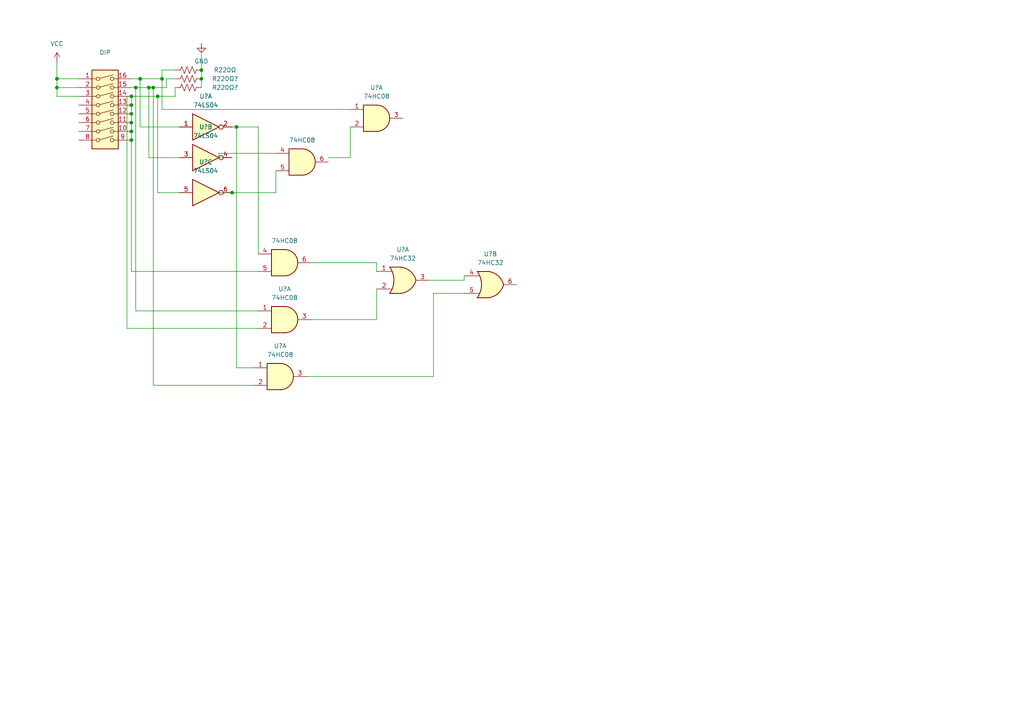
<source format=kicad_sch>
(kicad_sch (version 20250114) (generator "eeschema") (generator_version "9.0")
  (paper "A4")
  (lib_symbols
    (symbol "0_74xx:74HC08" (pin_names (offset 1.016))
      (property "Reference" "U" (at -2.54 5.08 0))
      (property "Value" "74HC08" (at 0 -5.08 0))
      (symbol "74HC08_1_1"
        (arc (start 0 3.81) (mid 3.7934 0) (end 0 -3.81) (stroke (width 0.254)) (fill (type background)))
        (polyline (pts (xy 0 3.81) (xy -3.81 3.81) (xy -3.81 -3.81) (xy 0 -3.81)) (stroke (width 0.254)) (fill (type background)))
        (pin input line (at -7.62 2.54 0) (length 3.81) (name "~") (number "1"))
        (pin input line (at -7.62 -2.54 0) (length 3.81) (name "~") (number "2"))
        (pin output line (at 7.62 0 180) (length 3.81) (name "~") (number "3"))
      )
      (symbol "74HC08_1_2"
        (arc (start -3.81 3.81) (mid -2.589 0) (end -3.81 -3.81) (stroke (width 0.254)))
        (polyline (pts (xy -3.81 3.81) (xy -0.635 3.81)) (stroke (width 0.254)) (fill (type background)))
        (polyline (pts (xy -3.81 -3.81) (xy -0.635 -3.81)) (stroke (width 0.254)) (fill (type background)))
        (arc (start 3.81 0) (mid 2.1855 -2.584) (end -0.6096 -3.81) (stroke (width 0.254)) (fill (type background)))
        (arc (start -0.6096 3.81) (mid 2.1928 2.5924) (end 3.81 0) (stroke (width 0.254)) (fill (type background)))
        (polyline (pts (xy -0.635 3.81) (xy -3.81 3.81) (xy -3.81 3.81) (xy -3.556 3.4036) (xy -3.0226 2.2606) (xy -2.6924 1.0414) (xy -2.6162 -0.254) (xy -2.7686 -1.4986) (xy -3.175 -2.7178) (xy -3.81 -3.81) (xy -3.81 -3.81) (xy -0.635 -3.81)) (stroke (width -25.4)) (fill (type background)))
        (pin input inverted (at -7.62 2.54 0) (length 4.318) (name "~") (number "1"))
        (pin input inverted (at -7.62 -2.54 0) (length 4.318) (name "~") (number "2"))
        (pin output inverted (at 7.62 0 180) (length 3.81) (name "~") (number "3"))
      )
      (symbol "74HC08_2_1"
        (arc (start 0 3.81) (mid 3.7934 0) (end 0 -3.81) (stroke (width 0.254)) (fill (type background)))
        (polyline (pts (xy 0 3.81) (xy -3.81 3.81) (xy -3.81 -3.81) (xy 0 -3.81)) (stroke (width 0.254)) (fill (type background)))
        (pin input line (at -7.62 2.54 0) (length 3.81) (name "~") (number "4"))
        (pin input line (at -7.62 -2.54 0) (length 3.81) (name "~") (number "5"))
        (pin output line (at 7.62 0 180) (length 3.81) (name "~") (number "6"))
      )
      (symbol "74HC08_2_2"
        (arc (start -3.81 3.81) (mid -2.589 0) (end -3.81 -3.81) (stroke (width 0.254)))
        (polyline (pts (xy -3.81 3.81) (xy -0.635 3.81)) (stroke (width 0.254)) (fill (type background)))
        (polyline (pts (xy -3.81 -3.81) (xy -0.635 -3.81)) (stroke (width 0.254)) (fill (type background)))
        (arc (start 3.81 0) (mid 2.1855 -2.584) (end -0.6096 -3.81) (stroke (width 0.254)) (fill (type background)))
        (arc (start -0.6096 3.81) (mid 2.1928 2.5924) (end 3.81 0) (stroke (width 0.254)) (fill (type background)))
        (polyline (pts (xy -0.635 3.81) (xy -3.81 3.81) (xy -3.81 3.81) (xy -3.556 3.4036) (xy -3.0226 2.2606) (xy -2.6924 1.0414) (xy -2.6162 -0.254) (xy -2.7686 -1.4986) (xy -3.175 -2.7178) (xy -3.81 -3.81) (xy -3.81 -3.81) (xy -0.635 -3.81)) (stroke (width -25.4)) (fill (type background)))
        (pin input inverted (at -7.62 2.54 0) (length 4.318) (name "~") (number "4"))
        (pin input inverted (at -7.62 -2.54 0) (length 4.318) (name "~") (number "5"))
        (pin output inverted (at 7.62 0 180) (length 3.81) (name "~") (number "6"))
      )
      (symbol "74HC08_3_1"
        (arc (start 0 3.81) (mid 3.7934 0) (end 0 -3.81) (stroke (width 0.254)) (fill (type background)))
        (polyline (pts (xy 0 3.81) (xy -3.81 3.81) (xy -3.81 -3.81) (xy 0 -3.81)) (stroke (width 0.254)) (fill (type background)))
        (pin input line (at -7.62 2.54 0) (length 3.81) (name "~") (number "9"))
        (pin input line (at -7.62 -2.54 0) (length 3.81) (name "~") (number "10"))
        (pin output line (at 7.62 0 180) (length 3.81) (name "~") (number "8"))
      )
      (symbol "74HC08_3_2"
        (arc (start -3.81 3.81) (mid -2.589 0) (end -3.81 -3.81) (stroke (width 0.254)))
        (polyline (pts (xy -3.81 3.81) (xy -0.635 3.81)) (stroke (width 0.254)) (fill (type background)))
        (polyline (pts (xy -3.81 -3.81) (xy -0.635 -3.81)) (stroke (width 0.254)) (fill (type background)))
        (arc (start 3.81 0) (mid 2.1855 -2.584) (end -0.6096 -3.81) (stroke (width 0.254)) (fill (type background)))
        (arc (start -0.6096 3.81) (mid 2.1928 2.5924) (end 3.81 0) (stroke (width 0.254)) (fill (type background)))
        (polyline (pts (xy -0.635 3.81) (xy -3.81 3.81) (xy -3.81 3.81) (xy -3.556 3.4036) (xy -3.0226 2.2606) (xy -2.6924 1.0414) (xy -2.6162 -0.254) (xy -2.7686 -1.4986) (xy -3.175 -2.7178) (xy -3.81 -3.81) (xy -3.81 -3.81) (xy -0.635 -3.81)) (stroke (width -25.4)) (fill (type background)))
        (pin input inverted (at -7.62 2.54 0) (length 4.318) (name "~") (number "9"))
        (pin input inverted (at -7.62 -2.54 0) (length 4.318) (name "~") (number "10"))
        (pin output inverted (at 7.62 0 180) (length 3.81) (name "~") (number "8"))
      )
      (symbol "74HC08_4_1"
        (arc (start 0 3.81) (mid 3.7934 0) (end 0 -3.81) (stroke (width 0.254)) (fill (type background)))
        (polyline (pts (xy 0 3.81) (xy -3.81 3.81) (xy -3.81 -3.81) (xy 0 -3.81)) (stroke (width 0.254)) (fill (type background)))
        (pin input line (at -7.62 2.54 0) (length 3.81) (name "~") (number "12"))
        (pin input line (at -7.62 -2.54 0) (length 3.81) (name "~") (number "13"))
        (pin output line (at 7.62 0 180) (length 3.81) (name "~") (number "11"))
      )
      (symbol "74HC08_4_2"
        (arc (start -3.81 3.81) (mid -2.589 0) (end -3.81 -3.81) (stroke (width 0.254)))
        (polyline (pts (xy -3.81 3.81) (xy -0.635 3.81)) (stroke (width 0.254)) (fill (type background)))
        (polyline (pts (xy -3.81 -3.81) (xy -0.635 -3.81)) (stroke (width 0.254)) (fill (type background)))
        (arc (start 3.81 0) (mid 2.1855 -2.584) (end -0.6096 -3.81) (stroke (width 0.254)) (fill (type background)))
        (arc (start -0.6096 3.81) (mid 2.1928 2.5924) (end 3.81 0) (stroke (width 0.254)) (fill (type background)))
        (polyline (pts (xy -0.635 3.81) (xy -3.81 3.81) (xy -3.81 3.81) (xy -3.556 3.4036) (xy -3.0226 2.2606) (xy -2.6924 1.0414) (xy -2.6162 -0.254) (xy -2.7686 -1.4986) (xy -3.175 -2.7178) (xy -3.81 -3.81) (xy -3.81 -3.81) (xy -0.635 -3.81)) (stroke (width -25.4)) (fill (type background)))
        (pin input inverted (at -7.62 2.54 0) (length 4.318) (name "~") (number "12"))
        (pin input inverted (at -7.62 -2.54 0) (length 4.318) (name "~") (number "13"))
        (pin output inverted (at 7.62 0 180) (length 3.81) (name "~") (number "11"))
      )
      (symbol "74HC08_5_0"
        (pin power_in line (at 0 12.7 270) (length 5.08) (name "VCC") (number "14"))
        (pin power_in line (at 0 -12.7 90) (length 5.08) (name "GND") (number "7"))
      )
      (symbol "74HC08_5_1"
        (rectangle (start -5.08 7.62) (end 5.08 -7.62) (stroke (width 0.254)) (fill (type background)))
      )
      (symbol "74HC08_5_2"
        (rectangle (start -5.08 7.62) (end 5.08 -7.62) (stroke (width 0.254)) (fill (type background)))
      )
    )
    (symbol "0_74xx:74HC32" (pin_names (offset 1.016))
      (property "Reference" "U" (at -2.54 5.08 0))
      (property "Value" "74HC32" (at 0 -5.08 0))
      (symbol "74HC32_1_1"
        (arc (start -3.81 3.81) (mid -2.589 0) (end -3.81 -3.81) (stroke (width 0.254)))
        (polyline (pts (xy -3.81 3.81) (xy -0.635 3.81)) (stroke (width 0.254)) (fill (type background)))
        (polyline (pts (xy -3.81 -3.81) (xy -0.635 -3.81)) (stroke (width 0.254)) (fill (type background)))
        (arc (start 3.81 0) (mid 2.1855 -2.584) (end -0.6096 -3.81) (stroke (width 0.254)) (fill (type background)))
        (arc (start -0.6096 3.81) (mid 2.1928 2.5924) (end 3.81 0) (stroke (width 0.254)) (fill (type background)))
        (polyline (pts (xy -0.635 3.81) (xy -3.81 3.81) (xy -3.81 3.81) (xy -3.556 3.4036) (xy -3.0226 2.2606) (xy -2.6924 1.0414) (xy -2.6162 -0.254) (xy -2.7686 -1.4986) (xy -3.175 -2.7178) (xy -3.81 -3.81) (xy -3.81 -3.81) (xy -0.635 -3.81)) (stroke (width -25.4)) (fill (type background)))
        (pin input line (at -7.62 2.54 0) (length 4.318) (name "~") (number "1"))
        (pin input line (at -7.62 -2.54 0) (length 4.318) (name "~") (number "2"))
        (pin output line (at 7.62 0 180) (length 3.81) (name "~") (number "3"))
      )
      (symbol "74HC32_1_2"
        (arc (start 0 3.81) (mid 3.7934 0) (end 0 -3.81) (stroke (width 0.254)) (fill (type background)))
        (polyline (pts (xy 0 3.81) (xy -3.81 3.81) (xy -3.81 -3.81) (xy 0 -3.81)) (stroke (width 0.254)) (fill (type background)))
        (pin input inverted (at -7.62 2.54 0) (length 3.81) (name "~") (number "1"))
        (pin input inverted (at -7.62 -2.54 0) (length 3.81) (name "~") (number "2"))
        (pin output inverted (at 7.62 0 180) (length 3.81) (name "~") (number "3"))
      )
      (symbol "74HC32_2_1"
        (arc (start -3.81 3.81) (mid -2.589 0) (end -3.81 -3.81) (stroke (width 0.254)))
        (polyline (pts (xy -3.81 3.81) (xy -0.635 3.81)) (stroke (width 0.254)) (fill (type background)))
        (polyline (pts (xy -3.81 -3.81) (xy -0.635 -3.81)) (stroke (width 0.254)) (fill (type background)))
        (arc (start 3.81 0) (mid 2.1855 -2.584) (end -0.6096 -3.81) (stroke (width 0.254)) (fill (type background)))
        (arc (start -0.6096 3.81) (mid 2.1928 2.5924) (end 3.81 0) (stroke (width 0.254)) (fill (type background)))
        (polyline (pts (xy -0.635 3.81) (xy -3.81 3.81) (xy -3.81 3.81) (xy -3.556 3.4036) (xy -3.0226 2.2606) (xy -2.6924 1.0414) (xy -2.6162 -0.254) (xy -2.7686 -1.4986) (xy -3.175 -2.7178) (xy -3.81 -3.81) (xy -3.81 -3.81) (xy -0.635 -3.81)) (stroke (width -25.4)) (fill (type background)))
        (pin input line (at -7.62 2.54 0) (length 4.318) (name "~") (number "4"))
        (pin input line (at -7.62 -2.54 0) (length 4.318) (name "~") (number "5"))
        (pin output line (at 7.62 0 180) (length 3.81) (name "~") (number "6"))
      )
      (symbol "74HC32_2_2"
        (arc (start 0 3.81) (mid 3.7934 0) (end 0 -3.81) (stroke (width 0.254)) (fill (type background)))
        (polyline (pts (xy 0 3.81) (xy -3.81 3.81) (xy -3.81 -3.81) (xy 0 -3.81)) (stroke (width 0.254)) (fill (type background)))
        (pin input inverted (at -7.62 2.54 0) (length 3.81) (name "~") (number "4"))
        (pin input inverted (at -7.62 -2.54 0) (length 3.81) (name "~") (number "5"))
        (pin output inverted (at 7.62 0 180) (length 3.81) (name "~") (number "6"))
      )
      (symbol "74HC32_3_1"
        (arc (start -3.81 3.81) (mid -2.589 0) (end -3.81 -3.81) (stroke (width 0.254)))
        (polyline (pts (xy -3.81 3.81) (xy -0.635 3.81)) (stroke (width 0.254)) (fill (type background)))
        (polyline (pts (xy -3.81 -3.81) (xy -0.635 -3.81)) (stroke (width 0.254)) (fill (type background)))
        (arc (start 3.81 0) (mid 2.1855 -2.584) (end -0.6096 -3.81) (stroke (width 0.254)) (fill (type background)))
        (arc (start -0.6096 3.81) (mid 2.1928 2.5924) (end 3.81 0) (stroke (width 0.254)) (fill (type background)))
        (polyline (pts (xy -0.635 3.81) (xy -3.81 3.81) (xy -3.81 3.81) (xy -3.556 3.4036) (xy -3.0226 2.2606) (xy -2.6924 1.0414) (xy -2.6162 -0.254) (xy -2.7686 -1.4986) (xy -3.175 -2.7178) (xy -3.81 -3.81) (xy -3.81 -3.81) (xy -0.635 -3.81)) (stroke (width -25.4)) (fill (type background)))
        (pin input line (at -7.62 2.54 0) (length 4.318) (name "~") (number "9"))
        (pin input line (at -7.62 -2.54 0) (length 4.318) (name "~") (number "10"))
        (pin output line (at 7.62 0 180) (length 3.81) (name "~") (number "8"))
      )
      (symbol "74HC32_3_2"
        (arc (start 0 3.81) (mid 3.7934 0) (end 0 -3.81) (stroke (width 0.254)) (fill (type background)))
        (polyline (pts (xy 0 3.81) (xy -3.81 3.81) (xy -3.81 -3.81) (xy 0 -3.81)) (stroke (width 0.254)) (fill (type background)))
        (pin input inverted (at -7.62 2.54 0) (length 3.81) (name "~") (number "9"))
        (pin input inverted (at -7.62 -2.54 0) (length 3.81) (name "~") (number "10"))
        (pin output inverted (at 7.62 0 180) (length 3.81) (name "~") (number "8"))
      )
      (symbol "74HC32_4_1"
        (arc (start -3.81 3.81) (mid -2.589 0) (end -3.81 -3.81) (stroke (width 0.254)))
        (polyline (pts (xy -3.81 3.81) (xy -0.635 3.81)) (stroke (width 0.254)) (fill (type background)))
        (polyline (pts (xy -3.81 -3.81) (xy -0.635 -3.81)) (stroke (width 0.254)) (fill (type background)))
        (arc (start 3.81 0) (mid 2.1855 -2.584) (end -0.6096 -3.81) (stroke (width 0.254)) (fill (type background)))
        (arc (start -0.6096 3.81) (mid 2.1928 2.5924) (end 3.81 0) (stroke (width 0.254)) (fill (type background)))
        (polyline (pts (xy -0.635 3.81) (xy -3.81 3.81) (xy -3.81 3.81) (xy -3.556 3.4036) (xy -3.0226 2.2606) (xy -2.6924 1.0414) (xy -2.6162 -0.254) (xy -2.7686 -1.4986) (xy -3.175 -2.7178) (xy -3.81 -3.81) (xy -3.81 -3.81) (xy -0.635 -3.81)) (stroke (width -25.4)) (fill (type background)))
        (pin input line (at -7.62 2.54 0) (length 4.318) (name "~") (number "12"))
        (pin input line (at -7.62 -2.54 0) (length 4.318) (name "~") (number "13"))
        (pin output line (at 7.62 0 180) (length 3.81) (name "~") (number "11"))
      )
      (symbol "74HC32_4_2"
        (arc (start 0 3.81) (mid 3.7934 0) (end 0 -3.81) (stroke (width 0.254)) (fill (type background)))
        (polyline (pts (xy 0 3.81) (xy -3.81 3.81) (xy -3.81 -3.81) (xy 0 -3.81)) (stroke (width 0.254)) (fill (type background)))
        (pin input inverted (at -7.62 2.54 0) (length 3.81) (name "~") (number "12"))
        (pin input inverted (at -7.62 -2.54 0) (length 3.81) (name "~") (number "13"))
        (pin output inverted (at 7.62 0 180) (length 3.81) (name "~") (number "11"))
      )
      (symbol "74HC32_5_0"
        (pin power_in line (at 0 12.7 270) (length 5.08) (name "VCC") (number "14"))
        (pin power_in line (at 0 -12.7 90) (length 5.08) (name "GND") (number "7"))
      )
      (symbol "74HC32_5_1"
        (rectangle (start -5.08 7.62) (end 5.08 -7.62) (stroke (width 0.254)) (fill (type background)))
      )
      (symbol "74HC32_5_2"
        (rectangle (start -5.08 7.62) (end 5.08 -7.62) (stroke (width 0.254)) (fill (type background)))
      )
    )
    (symbol "74xx:74LS04"
      (property "Reference" "U" (at 0 1.27 0))
      (property "Value" "74LS04" (at 0 -1.27 0))
      (symbol "74LS04_1_0"
        (polyline (pts (xy -3.81 3.81) (xy -3.81 -3.81) (xy 3.81 0) (xy -3.81 3.81)) (stroke (width 0.254)) (fill (type background)))
        (pin input line (at -7.62 0 0) (length 3.81) (name "~") (number "1"))
        (pin output inverted (at 7.62 0 180) (length 3.81) (name "~") (number "2"))
      )
      (symbol "74LS04_2_0"
        (polyline (pts (xy -3.81 3.81) (xy -3.81 -3.81) (xy 3.81 0) (xy -3.81 3.81)) (stroke (width 0.254)) (fill (type background)))
        (pin input line (at -7.62 0 0) (length 3.81) (name "~") (number "3"))
        (pin output inverted (at 7.62 0 180) (length 3.81) (name "~") (number "4"))
      )
      (symbol "74LS04_3_0"
        (polyline (pts (xy -3.81 3.81) (xy -3.81 -3.81) (xy 3.81 0) (xy -3.81 3.81)) (stroke (width 0.254)) (fill (type background)))
        (pin input line (at -7.62 0 0) (length 3.81) (name "~") (number "5"))
        (pin output inverted (at 7.62 0 180) (length 3.81) (name "~") (number "6"))
      )
      (symbol "74LS04_4_0"
        (polyline (pts (xy -3.81 3.81) (xy -3.81 -3.81) (xy 3.81 0) (xy -3.81 3.81)) (stroke (width 0.254)) (fill (type background)))
        (pin input line (at -7.62 0 0) (length 3.81) (name "~") (number "9"))
        (pin output inverted (at 7.62 0 180) (length 3.81) (name "~") (number "8"))
      )
      (symbol "74LS04_5_0"
        (polyline (pts (xy -3.81 3.81) (xy -3.81 -3.81) (xy 3.81 0) (xy -3.81 3.81)) (stroke (width 0.254)) (fill (type background)))
        (pin input line (at -7.62 0 0) (length 3.81) (name "~") (number "11"))
        (pin output inverted (at 7.62 0 180) (length 3.81) (name "~") (number "10"))
      )
      (symbol "74LS04_6_0"
        (polyline (pts (xy -3.81 3.81) (xy -3.81 -3.81) (xy 3.81 0) (xy -3.81 3.81)) (stroke (width 0.254)) (fill (type background)))
        (pin input line (at -7.62 0 0) (length 3.81) (name "~") (number "13"))
        (pin output inverted (at 7.62 0 180) (length 3.81) (name "~") (number "12"))
      )
      (symbol "74LS04_7_0"
        (pin power_in line (at 0 12.7 270) (length 5.08) (name "VCC") (number "14"))
        (pin power_in line (at 0 -12.7 90) (length 5.08) (name "GND") (number "7"))
      )
      (symbol "74LS04_7_1"
        (rectangle (start -5.08 7.62) (end 5.08 -7.62) (stroke (width 0.254)) (fill (type background)))
      )
    )
    (symbol "Device:R_US" (pin_numbers (hide yes)) (pin_names (offset 0))
      (property "Reference" "R" (at 2.54 0 90))
      (property "Value" "R_US" (at -2.54 0 90))
      (symbol "R_US_0_1"
        (polyline (pts (xy 0 2.286) (xy 0 2.54)))
        (polyline (pts (xy 0 2.286) (xy 1.016 1.905) (xy 0 1.524) (xy -1.016 1.143) (xy 0 0.762)))
        (polyline (pts (xy 0 0.762) (xy 1.016 0.381) (xy 0 0) (xy -1.016 -0.381) (xy 0 -0.762)))
        (polyline (pts (xy 0 -0.762) (xy 1.016 -1.143) (xy 0 -1.524) (xy -1.016 -1.905) (xy 0 -2.286)))
        (polyline (pts (xy 0 -2.286) (xy 0 -2.54)))
      )
      (symbol "R_US_1_1"
        (pin passive line (at 0 3.81 270) (length 1.27) (name "~") (number "1"))
        (pin passive line (at 0 -3.81 90) (length 1.27) (name "~") (number "2"))
      )
    )
    (symbol "Switch:SW_DIP_x08" (pin_names (offset 0) (hide yes))
      (property "Reference" "SW" (at 0 13.97 0))
      (property "Value" "SW_DIP_x08" (at 0 -11.43 0))
      (symbol "SW_DIP_x08_0_0"
        (circle (center -2.032 10.16) (radius 0.508))
        (circle (center -2.032 7.62) (radius 0.508))
        (circle (center -2.032 5.08) (radius 0.508))
        (circle (center -2.032 2.54) (radius 0.508))
        (circle (center -2.032 0) (radius 0.508))
        (circle (center -2.032 -2.54) (radius 0.508))
        (circle (center -2.032 -5.08) (radius 0.508))
        (circle (center -2.032 -7.62) (radius 0.508))
        (polyline (pts (xy -1.524 10.287) (xy 2.3622 11.3284)))
        (polyline (pts (xy -1.524 7.747) (xy 2.3622 8.7884)))
        (polyline (pts (xy -1.524 5.207) (xy 2.3622 6.2484)))
        (polyline (pts (xy -1.524 2.667) (xy 2.3622 3.7084)))
        (polyline (pts (xy -1.524 0.127) (xy 2.3622 1.1684)))
        (polyline (pts (xy -1.524 -2.3876) (xy 2.3622 -1.3462)))
        (polyline (pts (xy -1.524 -4.9276) (xy 2.3622 -3.8862)))
        (polyline (pts (xy -1.524 -7.4676) (xy 2.3622 -6.4262)))
        (circle (center 2.032 10.16) (radius 0.508))
        (circle (center 2.032 7.62) (radius 0.508))
        (circle (center 2.032 5.08) (radius 0.508))
        (circle (center 2.032 2.54) (radius 0.508))
        (circle (center 2.032 0) (radius 0.508))
        (circle (center 2.032 -2.54) (radius 0.508))
        (circle (center 2.032 -5.08) (radius 0.508))
        (circle (center 2.032 -7.62) (radius 0.508))
      )
      (symbol "SW_DIP_x08_0_1"
        (rectangle (start -3.81 12.7) (end 3.81 -10.16) (stroke (width 0.254)) (fill (type background)))
      )
      (symbol "SW_DIP_x08_1_1"
        (pin passive line (at -7.62 10.16 0) (length 5.08) (name "~") (number "1"))
        (pin passive line (at -7.62 7.62 0) (length 5.08) (name "~") (number "2"))
        (pin passive line (at -7.62 5.08 0) (length 5.08) (name "~") (number "3"))
        (pin passive line (at -7.62 2.54 0) (length 5.08) (name "~") (number "4"))
        (pin passive line (at -7.62 0 0) (length 5.08) (name "~") (number "5"))
        (pin passive line (at -7.62 -2.54 0) (length 5.08) (name "~") (number "6"))
        (pin passive line (at -7.62 -5.08 0) (length 5.08) (name "~") (number "7"))
        (pin passive line (at -7.62 -7.62 0) (length 5.08) (name "~") (number "8"))
        (pin passive line (at 7.62 10.16 180) (length 5.08) (name "~") (number "16"))
        (pin passive line (at 7.62 7.62 180) (length 5.08) (name "~") (number "15"))
        (pin passive line (at 7.62 5.08 180) (length 5.08) (name "~") (number "14"))
        (pin passive line (at 7.62 2.54 180) (length 5.08) (name "~") (number "13"))
        (pin passive line (at 7.62 0 180) (length 5.08) (name "~") (number "12"))
        (pin passive line (at 7.62 -2.54 180) (length 5.08) (name "~") (number "11"))
        (pin passive line (at 7.62 -5.08 180) (length 5.08) (name "~") (number "10"))
        (pin passive line (at 7.62 -7.62 180) (length 5.08) (name "~") (number "9"))
      )
    )
    (symbol "power:GND" (power) (pin_numbers (hide yes)) (pin_names (offset 0) (hide yes))
      (property "Value" "GND" (at 0 -3.81 0))
      (symbol "GND_0_1"
        (polyline (pts (xy 0 0) (xy 0 -1.27) (xy 1.27 -1.27) (xy 0 -2.54) (xy -1.27 -1.27) (xy 0 -1.27)))
      )
      (symbol "GND_1_1"
        (pin power_in line (at 0 0 270) (length 0) (name "~") (number "1"))
      )
    )
    (symbol "power:VCC" (power) (pin_numbers (hide yes)) (pin_names (offset 0) (hide yes))
      (property "Value" "VCC" (at 0 3.556 0))
      (symbol "VCC_0_1"
        (polyline (pts (xy -0.762 1.27) (xy 0 2.54)))
        (polyline (pts (xy 0 2.54) (xy 0.762 1.27)))
        (polyline (pts (xy 0 0) (xy 0 2.54)))
      )
      (symbol "VCC_1_1"
        (pin power_in line (at 0 0 90) (length 0) (name "~") (number "1"))
      )
    )
  )
  (junction (at 58.42 20.32))
  (junction (at 38.1 40.64))
  (junction (at 38.1 35.56))
  (junction (at 16.51 25.4))
  (junction (at 45.72 27.94))
  (junction (at 68.58 36.83))
  (junction (at 40.64 22.86))
  (junction (at 39.37 25.4))
  (junction (at 38.1 33.02))
  (junction (at 44.45 25.4))
  (junction (at 58.42 22.86))
  (junction (at 16.51 22.86))
  (junction (at 43.18 25.4))
  (junction (at 38.1 38.1))
  (junction (at 38.1 30.48))
  (junction (at 46.99 22.86))
  (junction (at 38.1 27.94))
  (junction (at 67.31 55.88))
  (wire (pts (xy 36.83 27.94) (xy 36.83 95.25)))
  (wire (pts (xy 16.51 17.78) (xy 16.51 22.86)))
  (wire (pts (xy 39.37 25.4) (xy 39.37 90.17)))
  (wire (pts (xy 44.45 25.4) (xy 44.45 111.76)))
  (wire (pts (xy 74.93 36.83) (xy 74.93 73.66)))
  (wire (pts (xy 44.45 25.4) (xy 48.26 25.4)))
  (wire (pts (xy 46.99 22.86) (xy 46.99 31.75)))
  (wire (pts (xy 39.37 90.17) (xy 74.93 90.17)))
  (wire (pts (xy 40.64 36.83) (xy 52.07 36.83)))
  (wire (pts (xy 80.01 55.88) (xy 80.01 49.53)))
  (wire (pts (xy 45.72 55.88) (xy 52.07 55.88)))
  (wire (pts (xy 48.26 22.86) (xy 50.8 22.86)))
  (wire (pts (xy 43.18 45.72) (xy 52.07 45.72)))
  (wire (pts (xy 38.1 22.86) (xy 40.64 22.86)))
  (wire (pts (xy 38.1 27.94) (xy 45.72 27.94)))
  (wire (pts (xy 125.73 109.22) (xy 88.9 109.22)))
  (wire (pts (xy 48.26 25.4) (xy 48.26 22.86)))
  (wire (pts (xy 63.5 45.72) (xy 67.31 45.72)))
  (wire (pts (xy 109.22 92.71) (xy 109.22 83.82)))
  (wire (pts (xy 63.5 55.88) (xy 67.31 55.88)))
  (wire (pts (xy 40.64 22.86) (xy 40.64 36.83)))
  (wire (pts (xy 68.58 36.83) (xy 74.93 36.83)))
  (wire (pts (xy 68.58 106.68) (xy 68.58 36.83)))
  (wire (pts (xy 38.1 25.4) (xy 39.37 25.4)))
  (wire (pts (xy 73.66 106.68) (xy 68.58 106.68)))
  (wire (pts (xy 46.99 20.32) (xy 50.8 20.32)))
  (wire (pts (xy 134.62 85.09) (xy 125.73 85.09)))
  (wire (pts (xy 38.1 33.02) (xy 38.1 35.56)))
  (wire (pts (xy 67.31 55.88) (xy 80.01 55.88)))
  (wire (pts (xy 45.72 27.94) (xy 50.8 27.94)))
  (wire (pts (xy 46.99 22.86) (xy 46.99 20.32)))
  (wire (pts (xy 38.1 27.94) (xy 38.1 30.48)))
  (wire (pts (xy 58.42 20.32) (xy 58.42 22.86)))
  (wire (pts (xy 36.83 95.25) (xy 74.93 95.25)))
  (wire (pts (xy 38.1 30.48) (xy 38.1 33.02)))
  (wire (pts (xy 67.31 36.83) (xy 68.58 36.83)))
  (wire (pts (xy 38.1 35.56) (xy 38.1 38.1)))
  (wire (pts (xy 90.17 92.71) (xy 109.22 92.71)))
  (wire (pts (xy 80.01 44.45) (xy 63.5 44.45)))
  (wire (pts (xy 58.42 22.86) (xy 58.42 25.4)))
  (wire (pts (xy 38.1 78.74) (xy 74.93 78.74)))
  (wire (pts (xy 134.62 81.28) (xy 134.62 80.01)))
  (wire (pts (xy 16.51 25.4) (xy 16.51 27.94)))
  (wire (pts (xy 38.1 40.64) (xy 38.1 78.74)))
  (wire (pts (xy 43.18 25.4) (xy 43.18 45.72)))
  (wire (pts (xy 39.37 25.4) (xy 43.18 25.4)))
  (wire (pts (xy 46.99 31.75) (xy 101.6 31.75)))
  (wire (pts (xy 16.51 25.4) (xy 22.86 25.4)))
  (wire (pts (xy 101.6 45.72) (xy 101.6 36.83)))
  (wire (pts (xy 124.46 81.28) (xy 134.62 81.28)))
  (wire (pts (xy 63.5 44.45) (xy 63.5 45.72)))
  (wire (pts (xy 38.1 38.1) (xy 38.1 40.64)))
  (wire (pts (xy 90.17 76.2) (xy 109.22 76.2)))
  (wire (pts (xy 58.42 12.7) (xy 58.42 20.32)))
  (wire (pts (xy 45.72 27.94) (xy 45.72 55.88)))
  (wire (pts (xy 50.8 27.94) (xy 50.8 25.4)))
  (wire (pts (xy 95.25 45.72) (xy 101.6 45.72)))
  (wire (pts (xy 44.45 111.76) (xy 73.66 111.76)))
  (wire (pts (xy 40.64 22.86) (xy 46.99 22.86)))
  (wire (pts (xy 16.51 22.86) (xy 22.86 22.86)))
  (wire (pts (xy 16.51 22.86) (xy 16.51 25.4)))
  (wire (pts (xy 43.18 25.4) (xy 44.45 25.4)))
  (wire (pts (xy 109.22 76.2) (xy 109.22 78.74)))
  (wire (pts (xy 125.73 85.09) (xy 125.73 109.22)))
  (wire (pts (xy 16.51 27.94) (xy 22.86 27.94)))
  (symbol (lib_id "0_74xx:74HC08") (at 82.55 92.71 0) (unit 1)
    (property "Reference" "U?" (at 82.5417 83.82 0))
    (property "Value" "74HC08" (at 82.5417 86.36 0))
    (property "Description" "AND, 2-Input, Quad" (effects (hide yes)))
  )
  (symbol (lib_id "0_74xx:74HC08") (at 81.28 109.22 0) (unit 1)
    (property "Reference" "U?" (at 81.2717 100.33 0))
    (property "Value" "74HC08" (at 81.2717 102.87 0))
    (property "Description" "AND, 2-Input, Quad" (effects (hide yes)))
  )
  (symbol (lib_id "0_74xx:74HC32") (at 142.24 82.55 0) (unit 2)
    (property "Reference" "U?" (at 142.24 73.66 0))
    (property "Value" "74HC32" (at 142.24 76.2 0))
    (property "Description" "OR, 2-Input, Quad" (effects (hide yes)))
  )
  (symbol (lib_id "Device:R_US") (at 54.61 20.32 90) (unit 1)
    (property "Reference" "R220Ω" (at 65.278 20.32 90))
    (property "Value" "R_US" (effects (hide yes)))
    (property "Description" "Resistor, US symbol" (effects (hide yes)))
  )
  (symbol (lib_id "0_74xx:74HC08") (at 82.55 76.2 0) (unit 2)
    (property "Reference" "U?" (effects (hide yes)))
    (property "Value" "74HC08" (at 82.5417 69.85 0))
    (property "Description" "AND, 2-Input, Quad" (effects (hide yes)))
  )
  (symbol (lib_id "0_74xx:74HC08") (at 87.63 46.99 0) (unit 2)
    (property "Reference" "U?" (effects (hide yes)))
    (property "Value" "74HC08" (at 87.6217 40.64 0))
    (property "Description" "AND, 2-Input, Quad" (effects (hide yes)))
  )
  (symbol (lib_id "74xx:74LS04") (at 59.69 45.72 0) (unit 2)
    (property "Reference" "U?" (at 59.69 36.83 0))
    (property "Value" "74LS04" (at 59.69 39.37 0))
    (property "Datasheet" "http://www.ti.com/lit/gpn/sn74LS04" (effects (hide yes)))
    (property "Description" "Hex Inverter" (effects (hide yes)))
  )
  (symbol (lib_id "power:GND") (at 58.42 12.7 0) (unit 1)
    (property "Reference" "#PWR02" (effects (hide yes)))
    (property "Value" "GND" (at 58.42 17.78 0))
    (property "Description" "Power symbol creates a global label with name \"GND\" , ground" (effects (hide yes)))
  )
  (symbol (lib_id "0_74xx:74HC08") (at 109.22 34.29 0) (unit 1)
    (property "Reference" "U?" (at 109.2117 25.4 0))
    (property "Value" "74HC08" (at 109.2117 27.94 0))
    (property "Description" "AND, 2-Input, Quad" (effects (hide yes)))
  )
  (symbol (lib_id "0_74xx:74HC32") (at 116.84 81.28 0) (unit 1)
    (property "Reference" "U?" (at 116.84 72.39 0))
    (property "Value" "74HC32" (at 116.84 74.93 0))
    (property "Description" "OR, 2-Input, Quad" (effects (hide yes)))
  )
  (symbol (lib_id "Switch:SW_DIP_x08") (at 30.48 33.02 0) (unit 1)
    (property "Reference" "DIP" (at 30.48 15.24 0))
    (property "Value" "SW_DIP_x08" (effects (hide yes)))
    (property "Description" "8x DIP Switch, Single Pole Single Throw (SPST) switch, small symbol" (effects (hide yes)))
  )
  (symbol (lib_id "Device:R_US") (at 54.61 22.86 90) (unit 1)
    (property "Reference" "R220Ω?" (at 65.278 22.86 90))
    (property "Value" "R_US" (effects (hide yes)))
    (property "Description" "Resistor, US symbol" (effects (hide yes)))
  )
  (symbol (lib_id "74xx:74LS04") (at 59.69 36.83 0) (unit 1)
    (property "Reference" "U?" (at 59.69 27.94 0))
    (property "Value" "74LS04" (at 59.69 30.48 0))
    (property "Datasheet" "http://www.ti.com/lit/gpn/sn74LS04" (effects (hide yes)))
    (property "Description" "Hex Inverter" (effects (hide yes)))
  )
  (symbol (lib_id "power:VCC") (at 16.51 17.78 0) (unit 1)
    (property "Reference" "#PWR01" (effects (hide yes)))
    (property "Value" "VCC" (at 16.51 12.7 0))
    (property "Description" "Power symbol creates a global label with name \"VCC\"" (effects (hide yes)))
  )
  (symbol (lib_id "74xx:74LS04") (at 59.69 55.88 0) (unit 3)
    (property "Reference" "U?" (at 59.69 46.99 0))
    (property "Value" "74LS04" (at 59.69 49.53 0))
    (property "Datasheet" "http://www.ti.com/lit/gpn/sn74LS04" (effects (hide yes)))
    (property "Description" "Hex Inverter" (effects (hide yes)))
  )
  (symbol (lib_id "Device:R_US") (at 54.61 25.4 90) (unit 1)
    (property "Reference" "R220Ω?" (at 65.278 25.4 90))
    (property "Value" "R_US" (effects (hide yes)))
    (property "Description" "Resistor, US symbol" (effects (hide yes)))
  )
)
</source>
